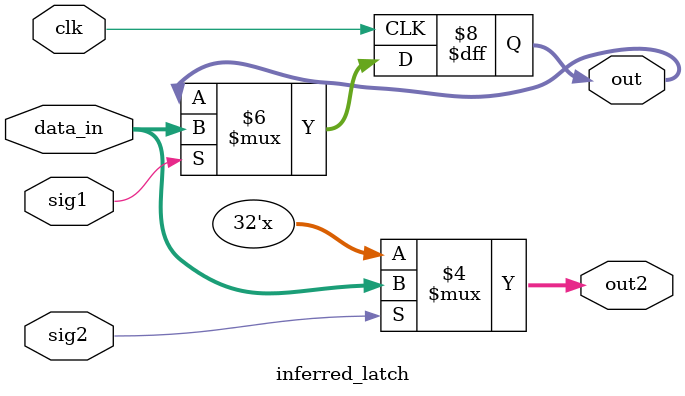
<source format=v>
`timescale 1ns / 1ps


module inferred_latch(
    input wire clk,
    input wire sig1,sig2,
    output reg[31:0] out,out2,
    input wire[31:0]data_in);
    
    always@(posedge clk)begin
     if(sig1)begin
      out<= data_in;
     end
    
    end
    
    always @* begin
     if(sig2)begin
      out2= data_in;
     end
    end
endmodule

</source>
